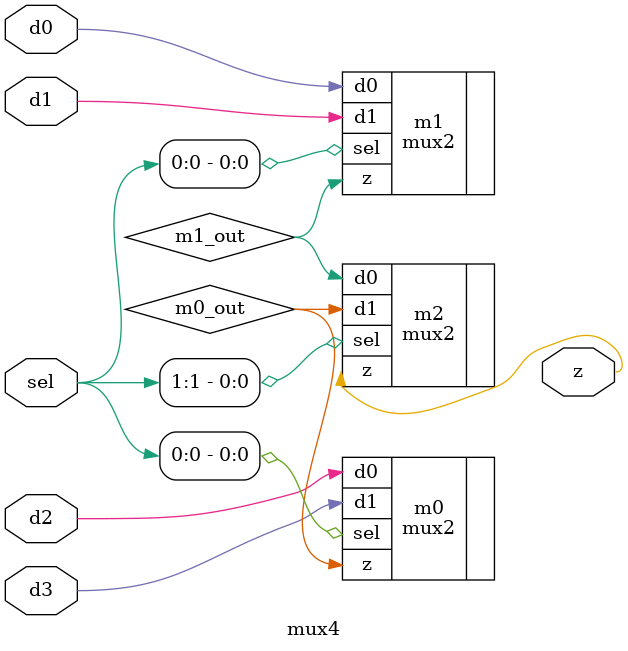
<source format=sv>
module mux4 (
    input logic d0,          // Data input 0
    input logic d1,          // Data input 1
    input logic d2,          // Data input 2
    input logic d3,          // Data input 3
    input logic [1:0] sel,   // Select input
    output logic z           // Output
);

// Put your code here
// ------------------
parameter NOTlh = 10, NOThl = 9, ORlh = 1, ORhl = 4;
logic m0_out, m1_out;

mux2 #(
    .NOTlh(NOTlh),
    .NOThl(NOThl),
    .ORlh(ORlh),
    .ORhl(ORhl)
) m0 (
    .d0(d2),
    .d1(d3),
    .sel(sel[0]),
    .z(m0_out)
);

mux2 #(
    .NOTlh(NOTlh),
    .NOThl(NOThl),
    .ORlh(ORlh),
    .ORhl(ORhl)
) m1 (
    .d0(d0),
    .d1(d1),
    .sel(sel[0]),
    .z(m1_out)
);

mux2 #(
    .NOTlh(NOTlh),
    .NOThl(NOThl),
    .ORlh(ORlh),
    .ORhl(ORhl)
) m2 (
    .d0(m1_out),
    .d1(m0_out),
    .sel(sel[1]),
    .z(z)
);
// End of your code

endmodule

</source>
